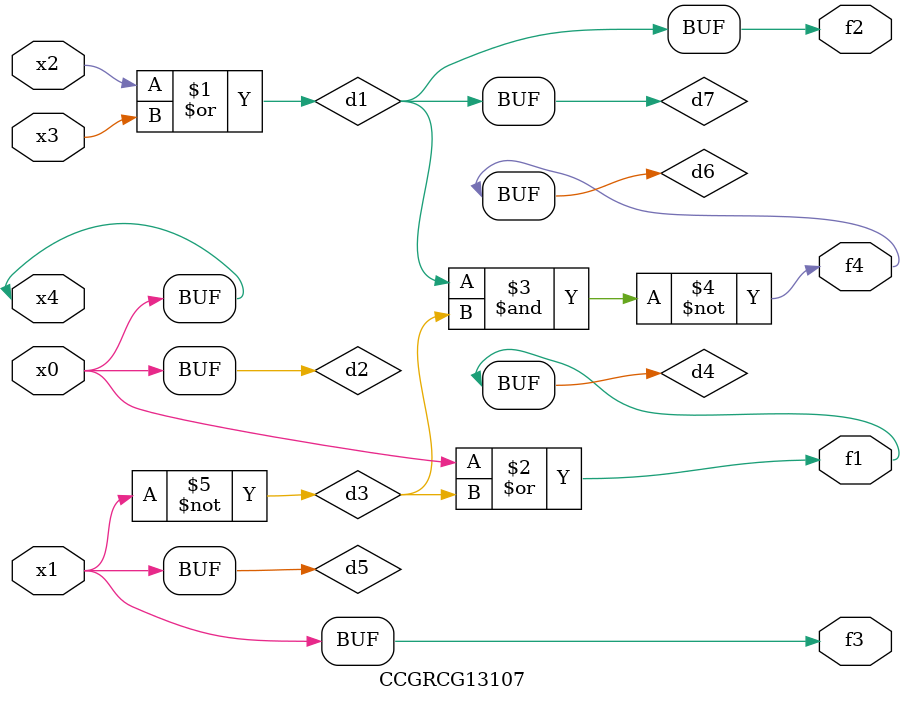
<source format=v>
module CCGRCG13107(
	input x0, x1, x2, x3, x4,
	output f1, f2, f3, f4
);

	wire d1, d2, d3, d4, d5, d6, d7;

	or (d1, x2, x3);
	buf (d2, x0, x4);
	not (d3, x1);
	or (d4, d2, d3);
	not (d5, d3);
	nand (d6, d1, d3);
	or (d7, d1);
	assign f1 = d4;
	assign f2 = d7;
	assign f3 = d5;
	assign f4 = d6;
endmodule

</source>
